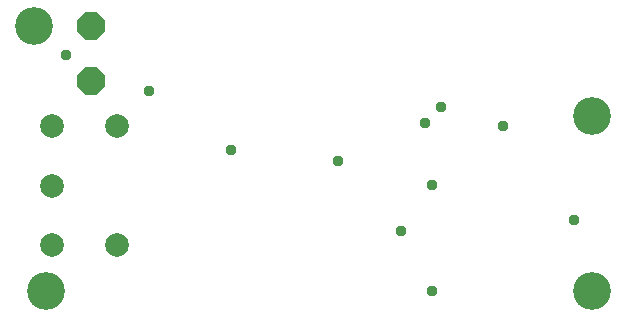
<source format=gbr>
G04 EAGLE Gerber RS-274X export*
G75*
%MOMM*%
%FSLAX34Y34*%
%LPD*%
%AMOC8*
5,1,8,0,0,1.08239X$1,22.5*%
G01*
%ADD10C,3.203200*%
%ADD11C,2.003200*%
%ADD12P,2.556822X8X22.500000*%
%ADD13C,0.959600*%


D10*
X22700Y764700D03*
X32700Y540700D03*
X495300Y540700D03*
X495300Y688500D03*
D11*
X38100Y629600D03*
X38100Y579600D03*
X38100Y679600D03*
X93100Y679600D03*
X93100Y579600D03*
D12*
X70800Y718500D03*
X70800Y764700D03*
D13*
X333756Y591312D03*
X353568Y682752D03*
X367284Y696468D03*
X50000Y740000D03*
X120000Y710000D03*
X420000Y680000D03*
X360000Y630000D03*
X280000Y650000D03*
X190000Y660000D03*
X360000Y540000D03*
X480000Y600000D03*
M02*

</source>
